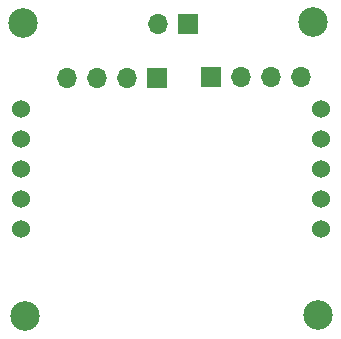
<source format=gbr>
G04 #@! TF.GenerationSoftware,KiCad,Pcbnew,8.0.1*
G04 #@! TF.CreationDate,2025-03-18T21:29:45-06:00*
G04 #@! TF.ProjectId,ColorSensing_Rev3,436f6c6f-7253-4656-9e73-696e675f5265,rev?*
G04 #@! TF.SameCoordinates,Original*
G04 #@! TF.FileFunction,Soldermask,Bot*
G04 #@! TF.FilePolarity,Negative*
%FSLAX46Y46*%
G04 Gerber Fmt 4.6, Leading zero omitted, Abs format (unit mm)*
G04 Created by KiCad (PCBNEW 8.0.1) date 2025-03-18 21:29:45*
%MOMM*%
%LPD*%
G01*
G04 APERTURE LIST*
%ADD10C,2.500000*%
%ADD11C,1.524000*%
%ADD12R,1.700000X1.700000*%
%ADD13O,1.700000X1.700000*%
G04 APERTURE END LIST*
D10*
X139320000Y-94360000D03*
D11*
X114115850Y-76865000D03*
X114115850Y-79405000D03*
X114115850Y-81945000D03*
X114115850Y-84485000D03*
X114115850Y-87025000D03*
X139515850Y-87025000D03*
X139515850Y-84485000D03*
X139515850Y-81945000D03*
X139515850Y-79405000D03*
X139515850Y-76865000D03*
D12*
X125670000Y-74240000D03*
D13*
X123130000Y-74240000D03*
X120590000Y-74240000D03*
X118050000Y-74240000D03*
D12*
X130260000Y-74210000D03*
D13*
X132800000Y-74210000D03*
X135340000Y-74210000D03*
X137880000Y-74210000D03*
D10*
X114300000Y-69600000D03*
X114480000Y-94420000D03*
X138850000Y-69550000D03*
D12*
X128300000Y-69720000D03*
D13*
X125760000Y-69720000D03*
M02*

</source>
